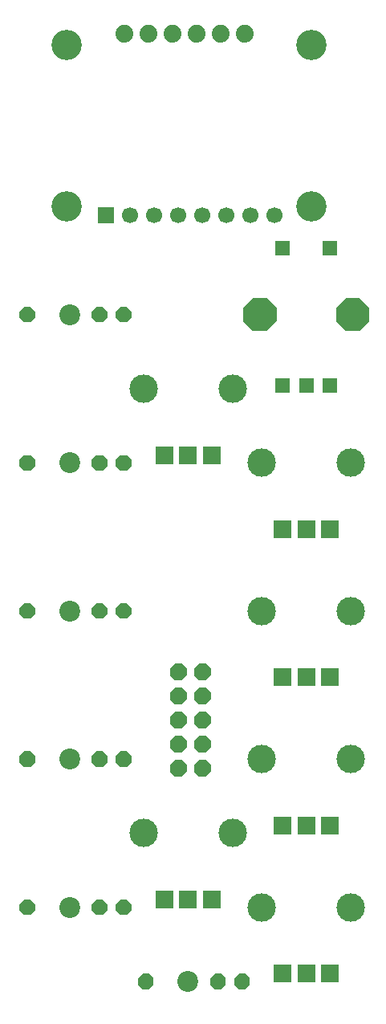
<source format=gts>
G04 DipTrace 2.4.0.2*
%INTopMask.gts*%
%MOIN*%
%ADD30C,0.074*%
%ADD32R,0.074X0.074*%
%ADD33C,0.1181*%
%ADD34R,0.0594X0.0594*%
%ADD47C,0.0866*%
%ADD55C,0.126*%
%ADD80C,0.0669*%
%ADD82R,0.0669X0.0669*%
%FSLAX44Y44*%
G04*
G70*
G90*
G75*
G01*
%LNTopMask*%
%LPD*%
G36*
X9029Y33899D2*
X9218Y33710D1*
Y33442D1*
X9029Y33253D1*
X8761D1*
X8572Y33442D1*
Y33710D1*
X8761Y33899D1*
X9029D1*
G37*
G36*
X8029D2*
X8218Y33710D1*
Y33442D1*
X8029Y33253D1*
X7761D1*
X7572Y33442D1*
Y33710D1*
X7761Y33899D1*
X8029D1*
G37*
G36*
X5029D2*
X5218Y33710D1*
Y33442D1*
X5029Y33253D1*
X4761D1*
X4572Y33442D1*
Y33710D1*
X4761Y33899D1*
X5029D1*
G37*
D47*
X6645Y33576D3*
G36*
X9029Y27748D2*
X9218Y27559D1*
Y27291D1*
X9029Y27101D1*
X8761D1*
X8572Y27291D1*
Y27559D1*
X8761Y27748D1*
X9029D1*
G37*
G36*
X8029D2*
X8218Y27559D1*
Y27291D1*
X8029Y27101D1*
X7761D1*
X7572Y27291D1*
Y27559D1*
X7761Y27748D1*
X8029D1*
G37*
G36*
X5029D2*
X5218Y27559D1*
Y27291D1*
X5029Y27101D1*
X4761D1*
X4572Y27291D1*
Y27559D1*
X4761Y27748D1*
X5029D1*
G37*
D47*
X6645Y27425D3*
G36*
X9029Y21598D2*
X9218Y21409D1*
Y21141D1*
X9029Y20952D1*
X8761D1*
X8572Y21141D1*
Y21409D1*
X8761Y21598D1*
X9029D1*
G37*
G36*
X8029D2*
X8218Y21409D1*
Y21141D1*
X8029Y20952D1*
X7761D1*
X7572Y21141D1*
Y21409D1*
X7761Y21598D1*
X8029D1*
G37*
G36*
X5029D2*
X5218Y21409D1*
Y21141D1*
X5029Y20952D1*
X4761D1*
X4572Y21141D1*
Y21409D1*
X4761Y21598D1*
X5029D1*
G37*
D47*
X6645Y21275D3*
G36*
X9029Y15449D2*
X9218Y15259D1*
Y14991D1*
X9029Y14802D1*
X8761D1*
X8572Y14991D1*
Y15259D1*
X8761Y15449D1*
X9029D1*
G37*
G36*
X8029D2*
X8218Y15259D1*
Y14991D1*
X8029Y14802D1*
X7761D1*
X7572Y14991D1*
Y15259D1*
X7761Y15449D1*
X8029D1*
G37*
G36*
X5029D2*
X5218Y15259D1*
Y14991D1*
X5029Y14802D1*
X4761D1*
X4572Y14991D1*
Y15259D1*
X4761Y15449D1*
X5029D1*
G37*
D47*
X6645Y15125D3*
G36*
X9029Y9299D2*
X9218Y9109D1*
Y8842D1*
X9029Y8652D1*
X8761D1*
X8572Y8842D1*
Y9109D1*
X8761Y9299D1*
X9029D1*
G37*
G36*
X8029D2*
X8218Y9109D1*
Y8842D1*
X8029Y8652D1*
X7761D1*
X7572Y8842D1*
Y9109D1*
X7761Y9299D1*
X8029D1*
G37*
G36*
X5029D2*
X5218Y9109D1*
Y8842D1*
X5029Y8652D1*
X4761D1*
X4572Y8842D1*
Y9109D1*
X4761Y9299D1*
X5029D1*
G37*
D47*
X6645Y8975D3*
G36*
X13944Y6224D2*
X14133Y6035D1*
Y5767D1*
X13944Y5577D1*
X13676D1*
X13487Y5767D1*
Y6035D1*
X13676Y6224D1*
X13944D1*
G37*
G36*
X12944D2*
X13133Y6035D1*
Y5767D1*
X12944Y5577D1*
X12676D1*
X12487Y5767D1*
Y6035D1*
X12676Y6224D1*
X12944D1*
G37*
G36*
X9944D2*
X10133Y6035D1*
Y5767D1*
X9944Y5577D1*
X9676D1*
X9487Y5767D1*
Y6035D1*
X9676Y6224D1*
X9944D1*
G37*
D47*
X11560Y5901D3*
D82*
X8146Y37693D3*
D80*
X9146D3*
X10146D3*
X11146D3*
X12146D3*
X13146D3*
X14146D3*
X15146D3*
G36*
X12307Y18404D2*
X12508Y18604D1*
Y18887D1*
X12307Y19087D1*
X12024D1*
X11824Y18887D1*
Y18604D1*
X12024Y18404D1*
X12307D1*
G37*
G36*
X11307D2*
X11508Y18604D1*
Y18887D1*
X11307Y19087D1*
X11024D1*
X10824Y18887D1*
Y18604D1*
X11024Y18404D1*
X11307D1*
G37*
G36*
X12307Y17404D2*
X12508Y17604D1*
Y17887D1*
X12307Y18087D1*
X12024D1*
X11824Y17887D1*
Y17604D1*
X12024Y17404D1*
X12307D1*
G37*
G36*
X11307D2*
X11508Y17604D1*
Y17887D1*
X11307Y18087D1*
X11024D1*
X10824Y17887D1*
Y17604D1*
X11024Y17404D1*
X11307D1*
G37*
G36*
X12307Y16404D2*
X12508Y16604D1*
Y16887D1*
X12307Y17087D1*
X12024D1*
X11824Y16887D1*
Y16604D1*
X12024Y16404D1*
X12307D1*
G37*
G36*
X11307D2*
X11508Y16604D1*
Y16887D1*
X11307Y17087D1*
X11024D1*
X10824Y16887D1*
Y16604D1*
X11024Y16404D1*
X11307D1*
G37*
G36*
X12307Y15404D2*
X12508Y15604D1*
Y15887D1*
X12307Y16087D1*
X12024D1*
X11824Y15887D1*
Y15604D1*
X12024Y15404D1*
X12307D1*
G37*
G36*
X11307D2*
X11508Y15604D1*
Y15887D1*
X11307Y16087D1*
X11024D1*
X10824Y15887D1*
Y15604D1*
X11024Y15404D1*
X11307D1*
G37*
G36*
X12307Y14404D2*
X12508Y14604D1*
Y14887D1*
X12307Y15087D1*
X12024D1*
X11824Y14887D1*
Y14604D1*
X12024Y14404D1*
X12307D1*
G37*
G36*
X11307D2*
X11508Y14604D1*
Y14887D1*
X11307Y15087D1*
X11024D1*
X10824Y14887D1*
Y14604D1*
X11024Y14404D1*
X11307D1*
G37*
D30*
X13911Y45245D3*
X12911D3*
X11911D3*
X10911D3*
X9911D3*
X8911D3*
D32*
X12548Y27748D3*
X11564D3*
X10580D3*
D33*
X13414Y30504D3*
X9714D3*
D32*
X17463Y24673D3*
X16479D3*
X15495D3*
D33*
X18329Y27429D3*
X14629D3*
D32*
X17463Y18523D3*
X16479D3*
X15495D3*
D33*
X18329Y21279D3*
X14629D3*
D32*
X17463Y12373D3*
X16479D3*
X15495D3*
D33*
X18329Y15129D3*
X14629D3*
D32*
X12548Y9298D3*
X11564D3*
X10580D3*
D33*
X13414Y12054D3*
X9714D3*
D32*
X17463Y6223D3*
X16479D3*
X15495D3*
D33*
X18329Y8979D3*
X14629D3*
D34*
X15494Y30627D3*
X17463D3*
X16479D3*
X15494Y36335D3*
X17463D3*
G36*
X15243Y33292D2*
X14837Y32886D1*
X14262D1*
X13855Y33292D1*
Y33867D1*
X14262Y34274D1*
X14837D1*
X15243Y33867D1*
Y33292D1*
G37*
G36*
X19102D2*
X18695Y32886D1*
X18120D1*
X17714Y33292D1*
Y33867D1*
X18120Y34274D1*
X18695D1*
X19102Y33867D1*
Y33292D1*
G37*
D55*
X6528Y38056D3*
Y44780D3*
X16701Y38056D3*
Y44780D3*
M02*

</source>
